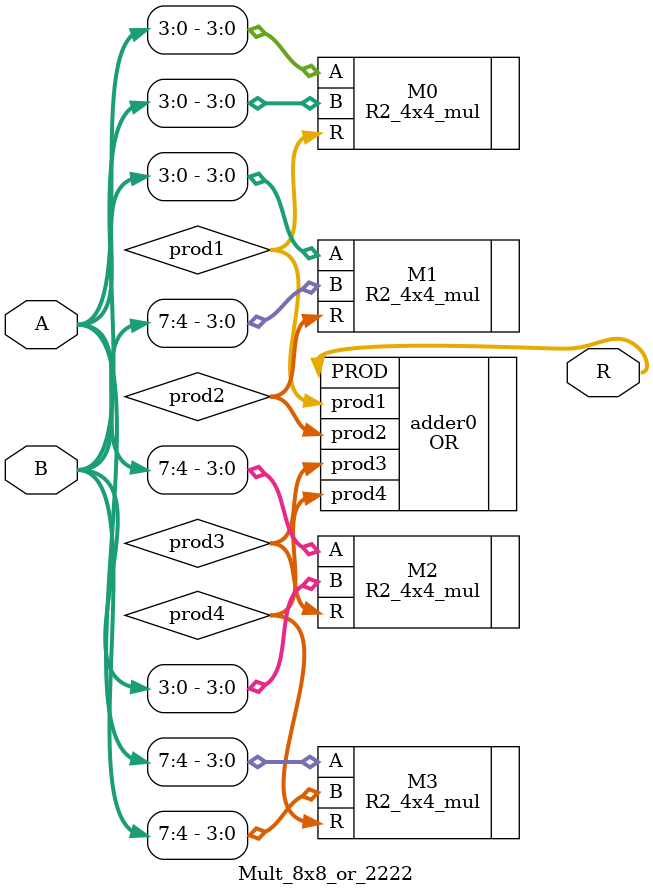
<source format=v>
module Mult_8x8_or_2222(
input [7:0] A,
input [7:0] B,
output [15:0]R
);
wire [7:0]prod1;
wire [7:0]prod2;
wire [7:0]prod3;
wire [7:0]prod4;

R2_4x4_mul M0(.A(A[3:0]),.B(B[3:0]),.R(prod1));
R2_4x4_mul M1(.A(A[3:0]),.B(B[7:4]),.R(prod2));
R2_4x4_mul M2(.A(A[7:4]),.B(B[3:0]),.R(prod3));
R2_4x4_mul M3(.A(A[7:4]),.B(B[7:4]),.R(prod4));
OR adder0(.prod1(prod1),.prod2(prod2),.prod3(prod3),.prod4(prod4),.PROD(R));
endmodule

</source>
